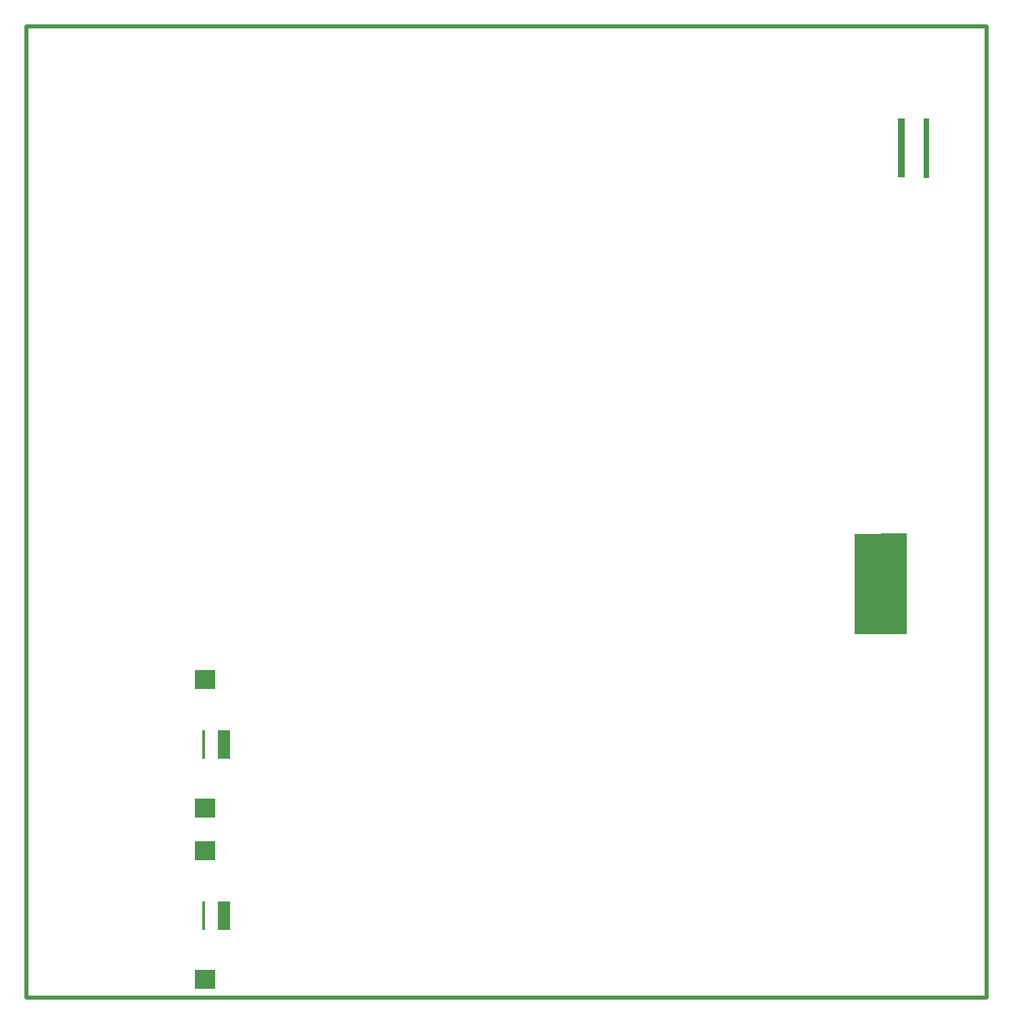
<source format=gko>
%FSLAX25Y25*%
%MOIN*%
G70*
G01*
G75*
G04 Layer_Color=16711935*
%ADD10R,0.09449X0.02992*%
%ADD11C,0.01969*%
%ADD12R,0.03543X0.01772*%
%ADD13R,0.18898X0.18898*%
%ADD14R,0.01575X0.01575*%
%ADD15R,0.01772X0.01181*%
%ADD16R,0.01181X0.01181*%
%ADD17R,0.01181X0.01772*%
%ADD18R,0.01181X0.01181*%
%ADD19R,0.26772X0.26772*%
%ADD20R,0.03543X0.03937*%
%ADD21R,0.02165X0.02559*%
%ADD22R,0.01969X0.01969*%
%ADD23R,0.01378X0.01969*%
%ADD24R,0.07087X0.02362*%
%ADD25R,0.02362X0.01181*%
%ADD26R,0.02362X0.07874*%
%ADD27R,0.06299X0.02165*%
%ADD28R,0.01772X0.01378*%
%ADD29R,0.07480X0.07087*%
%ADD30R,0.05315X0.01575*%
%ADD31R,0.06299X0.08268*%
%ADD32O,0.03150X0.00984*%
%ADD33O,0.00984X0.03150*%
%ADD34R,0.05276X0.12284*%
%ADD35R,0.11181X0.12284*%
%ADD36R,0.18071X0.04370*%
%ADD37R,0.02756X0.01181*%
%ADD38R,0.06221X0.09252*%
%ADD39C,0.00984*%
%ADD40R,0.01181X0.03347*%
%ADD41R,0.03347X0.01181*%
%ADD42R,0.13386X0.13386*%
%ADD43R,0.04528X0.02992*%
%ADD44R,0.03937X0.03543*%
%ADD45R,0.02362X0.02362*%
%ADD46R,0.00984X0.01575*%
%ADD47R,0.05512X0.01969*%
%ADD48R,0.07284X0.02913*%
%ADD49R,0.04134X0.05512*%
%ADD50R,0.08661X0.20472*%
%ADD51R,0.18110X0.22047*%
%ADD52R,0.10984X0.07559*%
%ADD53C,0.05906*%
%ADD54R,0.06693X0.02795*%
%ADD55R,0.01969X0.00984*%
%ADD56R,0.00984X0.01969*%
%ADD57R,0.09055X0.09055*%
%ADD58R,0.07520X0.02992*%
%ADD59O,0.02953X0.00984*%
%ADD60O,0.00984X0.02953*%
%ADD61R,0.17716X0.17716*%
%ADD62O,0.08268X0.01181*%
%ADD63O,0.01181X0.08268*%
%ADD64R,0.01969X0.01969*%
%ADD65R,0.04724X0.02953*%
%ADD66C,0.01378*%
%ADD67R,0.06299X0.19291*%
%ADD68R,0.05906X0.22047*%
%ADD69R,0.05709X0.04528*%
%ADD70R,0.02441X0.02441*%
%ADD71R,0.01811X0.01654*%
%ADD72R,0.03543X0.01575*%
%ADD73R,0.02559X0.02165*%
%ADD74R,0.01575X0.00984*%
%ADD75R,0.01969X0.05512*%
%ADD76R,0.03740X0.05512*%
G04:AMPARAMS|DCode=77|XSize=13.78mil|YSize=19.69mil|CornerRadius=0mil|HoleSize=0mil|Usage=FLASHONLY|Rotation=315.000|XOffset=0mil|YOffset=0mil|HoleType=Round|Shape=Rectangle|*
%AMROTATEDRECTD77*
4,1,4,-0.01183,-0.00209,0.00209,0.01183,0.01183,0.00209,-0.00209,-0.01183,-0.01183,-0.00209,0.0*
%
%ADD77ROTATEDRECTD77*%

%ADD78P,0.02784X4X360.0*%
%ADD79R,0.01969X0.01378*%
%ADD80R,0.02795X0.06693*%
%ADD81R,0.23622X0.07874*%
%ADD82R,0.05512X0.04134*%
%ADD83R,0.01575X0.01575*%
%ADD84R,0.02441X0.02441*%
%ADD85R,0.04528X0.10630*%
%ADD86R,0.10630X0.04528*%
%ADD87R,0.04528X0.07087*%
%ADD88R,0.04528X0.05709*%
%ADD89R,0.01654X0.01811*%
%ADD90R,0.07087X0.04528*%
%ADD91R,0.05512X0.03740*%
%ADD92C,0.01181*%
%ADD93C,0.00453*%
%ADD94C,0.03937*%
%ADD95C,0.01000*%
%ADD96C,0.03150*%
%ADD97C,0.01969*%
%ADD98C,0.01378*%
%ADD99C,0.00996*%
%ADD100C,0.00394*%
%ADD101C,0.00787*%
%ADD102C,0.01181*%
%ADD103C,0.00784*%
%ADD104C,0.00512*%
%ADD105R,0.09911X0.06594*%
%ADD106R,0.06791X1.25492*%
%ADD107R,0.18996X0.06496*%
%ADD108R,0.15453X0.49409*%
%ADD109R,0.02854X0.21358*%
%ADD110R,0.13976X0.11319*%
%ADD111R,0.14764X0.11122*%
%ADD112R,0.09153X0.17224*%
%ADD113R,0.08465X0.09843*%
%ADD114R,0.08661X0.12402*%
%ADD115R,0.13386X0.08169*%
%ADD116R,0.05315X0.93799*%
%ADD117R,0.17224X0.04528*%
%ADD118R,0.19193X0.03051*%
%ADD119R,0.10925X0.14469*%
%ADD120R,0.11614X0.04035*%
%ADD121R,0.02264X0.71752*%
%ADD122R,0.34842X0.01969*%
%ADD123R,0.78150X0.02461*%
%ADD124R,0.02461X0.13189*%
%ADD125R,0.16043X0.02264*%
%ADD126R,0.02658X0.42618*%
%ADD127R,0.25098X0.01969*%
%ADD128R,0.02165X0.76575*%
%ADD129R,0.68504X0.02165*%
%ADD130R,0.03347X0.05315*%
%ADD131R,0.02264X0.05512*%
%ADD132R,0.02431X1.19587*%
%ADD133R,0.10728X0.03445*%
%ADD134R,0.03839X0.08661*%
%ADD135R,0.14075X0.03839*%
%ADD136R,0.06594X0.04232*%
%ADD137R,0.13189X0.03051*%
%ADD138R,0.04921X0.18504*%
%ADD139R,0.09843X0.04134*%
%ADD140R,0.11713X0.02953*%
%ADD141R,0.04429X0.02756*%
%ADD142R,0.02362X0.02264*%
%ADD143R,0.08465X0.02854*%
%ADD144R,0.07087X0.21752*%
%ADD145R,0.10531X0.12598*%
%ADD146R,0.05315X0.10728*%
%ADD147R,0.04232X0.02854*%
%ADD148R,0.38287X0.06398*%
%ADD149R,0.38091X0.05118*%
%ADD150R,0.30807X0.08268*%
%ADD151R,0.30315X0.06102*%
%ADD152R,0.27756X0.05413*%
%ADD153R,0.19095X0.03937*%
%ADD154R,0.00886X0.01280*%
%ADD155R,0.39961X0.06594*%
%ADD156R,0.40256X0.05807*%
%ADD157R,0.30315X0.12008*%
%ADD158R,0.30709X0.06299*%
%ADD159R,0.30413X0.06496*%
%ADD160R,0.04134X0.05413*%
%ADD161R,0.02431X0.00820*%
%ADD162R,0.03642X0.11417*%
%ADD163R,0.34449X0.01969*%
%ADD164R,0.02430X0.17389*%
%ADD165R,0.92913X0.01870*%
%ADD166R,0.04429X0.41240*%
%ADD167R,0.03740X0.41043*%
%ADD168R,0.05807X0.33169*%
%ADD169R,0.60335X0.08465*%
%ADD170R,0.09843X0.11122*%
%ADD171R,0.14370X0.08760*%
%ADD172R,0.03740X0.24016*%
%ADD173R,0.42224X0.07874*%
%ADD174R,0.08563X0.19291*%
%ADD175R,0.16535X0.19291*%
%ADD176R,0.31693X0.08071*%
%ADD177R,0.06299X0.00394*%
%ADD178R,0.03543X0.00787*%
%ADD179R,0.01181X0.00984*%
%ADD180R,0.12303X0.06004*%
%ADD181R,0.08268X0.01476*%
%ADD182R,0.04823X0.07776*%
%ADD183R,0.14075X0.03740*%
%ADD184R,0.09941X0.01870*%
%ADD185C,0.07874*%
%ADD186C,0.04803*%
%ADD187C,0.09882*%
%ADD188C,0.06299*%
%ADD189C,0.15748*%
%ADD190C,0.07087*%
%ADD191C,0.02165*%
%ADD192C,0.02598*%
%ADD193C,0.01575*%
%ADD194C,0.00591*%
%ADD195C,0.04000*%
%ADD196C,0.08071*%
%ADD197C,0.05591*%
%ADD198C,0.10669*%
%ADD199C,0.13386*%
%ADD200C,0.05787*%
%ADD201C,0.03150*%
%ADD202C,0.02559*%
%ADD203C,0.02362*%
%ADD204C,0.02874*%
%ADD205C,0.00642*%
%ADD206R,0.01969X0.02756*%
%ADD207C,0.00787*%
%ADD208R,0.03071X0.03425*%
%ADD209R,0.01969X0.03248*%
%ADD210R,0.01969X0.01693*%
%ADD211R,0.05512X0.07087*%
%ADD212R,0.05906X0.03150*%
%ADD213R,0.07480X0.05512*%
%ADD214R,0.03000X0.05000*%
%ADD215R,0.10512X0.10000*%
%ADD216R,0.03583X0.04803*%
%ADD217R,0.04724X0.03543*%
%ADD218R,0.02992X0.06496*%
%ADD219R,0.07087X0.07874*%
%ADD220R,0.07874X0.07087*%
%ADD221R,0.05079X0.04882*%
%ADD222R,0.03347X0.01378*%
%ADD223R,0.07874X0.23622*%
%ADD224R,0.08661X0.02913*%
%ADD225R,0.02362X0.05118*%
%ADD226R,0.01772X0.05118*%
%ADD227R,0.01378X0.05118*%
%ADD228R,0.01969X0.01575*%
%ADD229R,0.03937X0.02756*%
%ADD230R,0.00945X0.03543*%
%ADD231R,0.03543X0.00945*%
%ADD232R,0.05512X0.03937*%
%ADD233R,0.10236X0.08661*%
%ADD234R,0.01614X0.01299*%
%ADD235P,0.03452X4X360.0*%
%ADD236R,0.41142X0.08268*%
%ADD237R,0.15846X0.19488*%
%ADD238R,0.08268X0.19193*%
%ADD239R,0.06102X1.26181*%
%ADD240R,0.13386X0.09055*%
%ADD241R,0.08465X0.07677*%
%ADD242R,0.13090X0.08366*%
%ADD243R,0.14764X0.09153*%
%ADD244R,0.14862X0.06201*%
%ADD245R,0.03839X0.93898*%
%ADD246R,0.23622X0.03740*%
%ADD247R,0.13681X0.20768*%
%ADD248R,0.12795X0.08071*%
%ADD249R,0.11811X0.16732*%
%ADD250R,0.44783X0.02756*%
%ADD251R,0.02165X0.73032*%
%ADD252R,0.34842X0.02067*%
%ADD253R,0.67618X0.02362*%
%ADD254R,0.02362X0.28051*%
%ADD255R,0.13878X0.02264*%
%ADD256R,0.02165X0.50394*%
%ADD257R,0.25295X0.01969*%
%ADD258R,0.02559X0.50984*%
%ADD259R,0.79823X0.01969*%
%ADD260R,0.02264X1.46260*%
%ADD261R,0.51476X0.01378*%
%ADD262R,0.01476X0.04626*%
%ADD263R,0.89173X0.01476*%
%ADD264R,0.02658X1.25984*%
%ADD265R,0.07284X0.75492*%
%ADD266R,0.41894X0.10102*%
%ADD267R,0.16965X0.06606*%
%ADD268R,0.29232X0.06299*%
%ADD269R,0.02067X0.02559*%
%ADD270R,0.02658X0.02953*%
%ADD271R,0.19193X0.05512*%
%ADD272R,0.03248X0.28937*%
%ADD273C,0.00984*%
%ADD274C,0.00472*%
%ADD275C,0.02362*%
%ADD276C,0.00500*%
%ADD277C,0.00700*%
%ADD278C,0.00100*%
%ADD279C,0.00591*%
%ADD280R,0.14370X0.01500*%
%ADD281R,0.03937X1.20791*%
%ADD282R,0.10249X0.03792*%
%ADD283C,0.02769*%
%ADD284R,0.04343X0.02572*%
%ADD285R,0.19698X0.19698*%
%ADD286R,0.02375X0.02375*%
%ADD287R,0.02572X0.01981*%
%ADD288R,0.01981X0.01981*%
%ADD289R,0.01981X0.02572*%
%ADD290R,0.01981X0.01981*%
%ADD291R,0.27572X0.27572*%
%ADD292R,0.04343X0.04737*%
%ADD293R,0.02965X0.03359*%
%ADD294R,0.02769X0.02769*%
%ADD295R,0.02178X0.02769*%
%ADD296R,0.07887X0.03162*%
%ADD297R,0.03162X0.01981*%
%ADD298R,0.03162X0.08674*%
%ADD299R,0.07099X0.02965*%
%ADD300R,0.02572X0.02178*%
%ADD301R,0.08280X0.07887*%
%ADD302R,0.06115X0.02375*%
%ADD303R,0.07099X0.09068*%
%ADD304O,0.03950X0.01784*%
%ADD305O,0.01784X0.03950*%
%ADD306R,0.06076X0.13084*%
%ADD307R,0.11981X0.13084*%
%ADD308R,0.18871X0.05170*%
%ADD309R,0.03556X0.01981*%
%ADD310R,0.07021X0.10052*%
%ADD311C,0.01784*%
%ADD312R,0.01981X0.04147*%
%ADD313R,0.04147X0.01981*%
%ADD314R,0.14186X0.14186*%
%ADD315R,0.05328X0.03792*%
%ADD316R,0.04737X0.04343*%
%ADD317R,0.03162X0.03162*%
%ADD318R,0.01784X0.02375*%
%ADD319R,0.06312X0.02769*%
%ADD320R,0.08083X0.03713*%
%ADD321R,0.04934X0.06312*%
%ADD322R,0.09461X0.21272*%
%ADD323R,0.18910X0.22847*%
%ADD324R,0.11784X0.08359*%
%ADD325C,0.06706*%
%ADD326R,0.07493X0.03595*%
%ADD327R,0.02769X0.01784*%
%ADD328R,0.01784X0.02769*%
%ADD329R,0.09855X0.09855*%
%ADD330R,0.08320X0.03792*%
%ADD331O,0.03753X0.01784*%
%ADD332O,0.01784X0.03753*%
%ADD333R,0.18517X0.18517*%
%ADD334O,0.09068X0.01981*%
%ADD335O,0.01981X0.09068*%
%ADD336R,0.02769X0.02769*%
%ADD337R,0.05524X0.03753*%
%ADD338C,0.02178*%
%ADD339R,0.07099X0.20091*%
%ADD340R,0.06706X0.22847*%
%ADD341R,0.06509X0.05328*%
%ADD342R,0.03241X0.03241*%
%ADD343R,0.02611X0.02454*%
%ADD344R,0.04343X0.02375*%
%ADD345R,0.03359X0.02965*%
%ADD346R,0.02375X0.01784*%
%ADD347R,0.02769X0.06312*%
%ADD348R,0.04540X0.06312*%
G04:AMPARAMS|DCode=349|XSize=21.78mil|YSize=27.69mil|CornerRadius=0mil|HoleSize=0mil|Usage=FLASHONLY|Rotation=315.000|XOffset=0mil|YOffset=0mil|HoleType=Round|Shape=Rectangle|*
%AMROTATEDRECTD349*
4,1,4,-0.01749,-0.00209,0.00209,0.01749,0.01749,0.00209,-0.00209,-0.01749,-0.01749,-0.00209,0.0*
%
%ADD349ROTATEDRECTD349*%

%ADD350P,0.03915X4X360.0*%
%ADD351R,0.02769X0.02178*%
%ADD352R,0.03595X0.07493*%
%ADD353R,0.24422X0.08674*%
%ADD354R,0.06312X0.04934*%
%ADD355R,0.02375X0.02375*%
%ADD356R,0.03241X0.03241*%
%ADD357R,0.05328X0.11430*%
%ADD358R,0.11430X0.05328*%
%ADD359R,0.05328X0.07887*%
%ADD360R,0.05328X0.06509*%
%ADD361R,0.02454X0.02611*%
%ADD362R,0.07887X0.05328*%
%ADD363R,0.06312X0.04540*%
%ADD364C,0.01981*%
%ADD365C,0.08674*%
%ADD366C,0.05603*%
%ADD367C,0.10682*%
%ADD368C,0.07099*%
%ADD369C,0.16548*%
%ADD370C,0.07887*%
%ADD371C,0.02965*%
%ADD372C,0.02375*%
%ADD373C,0.01391*%
%ADD374R,0.02769X0.03556*%
%ADD375C,0.01587*%
%ADD376R,0.03871X0.04225*%
%ADD377R,0.02769X0.04048*%
%ADD378R,0.02769X0.02493*%
%ADD379R,0.06312X0.07887*%
%ADD380R,0.06706X0.03950*%
%ADD381R,0.08280X0.06312*%
%ADD382R,0.03800X0.05800*%
%ADD383R,0.11312X0.10800*%
%ADD384R,0.04383X0.05603*%
%ADD385R,0.05524X0.04343*%
%ADD386R,0.03792X0.07296*%
%ADD387R,0.07887X0.08674*%
%ADD388R,0.08674X0.07887*%
%ADD389R,0.05879X0.05682*%
%ADD390R,0.04147X0.02178*%
%ADD391R,0.08674X0.24422*%
%ADD392R,0.09461X0.03713*%
%ADD393R,0.03162X0.05918*%
%ADD394R,0.02572X0.05918*%
%ADD395R,0.02178X0.05918*%
%ADD396R,0.02769X0.02375*%
%ADD397R,0.04737X0.03556*%
%ADD398R,0.01745X0.04343*%
%ADD399R,0.04343X0.01745*%
%ADD400R,0.06312X0.04737*%
%ADD401R,0.11036X0.09461*%
%ADD402R,0.02414X0.02099*%
%ADD403P,0.04583X4X360.0*%
%ADD404C,0.03398*%
%ADD405C,0.01575*%
%ADD406C,0.00197*%
%ADD407C,0.00000*%
%ADD408R,0.10000X0.09390*%
%ADD409R,0.06165X0.13992*%
%ADD410R,0.01665X0.14032*%
G36*
X429035Y173917D02*
X403445D01*
Y223327D01*
X429035Y223524D01*
Y173917D01*
D02*
G37*
G36*
X440256Y398622D02*
X437500D01*
Y427756D01*
X440256D01*
Y398622D01*
D02*
G37*
G36*
X428248Y398819D02*
X424705D01*
Y427953D01*
X428248D01*
Y398819D01*
D02*
G37*
D97*
X-4626Y-5118D02*
Y468602D01*
Y-5118D02*
X468602D01*
Y473228D01*
X-4626D02*
X468602D01*
X-4626Y468602D02*
Y473228D01*
D408*
X83429Y151648D02*
D03*
X83431Y88291D02*
D03*
X83425Y67295D02*
D03*
X83430Y3934D02*
D03*
D409*
X92800Y119593D02*
D03*
X92796Y35236D02*
D03*
D410*
X82895Y119614D02*
D03*
X82892Y35265D02*
D03*
M02*

</source>
